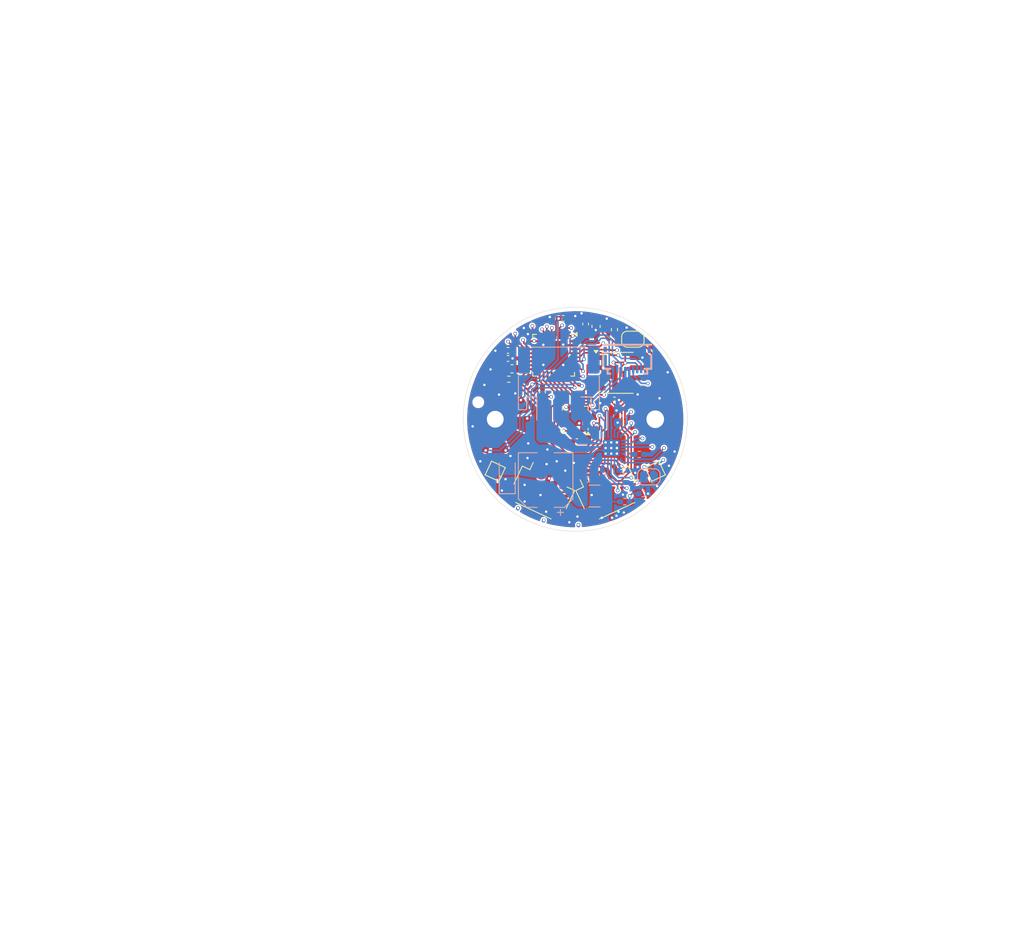
<source format=kicad_pcb>
(kicad_pcb (version 20240108) (generator "pcbnew") (generator_version "8.0")
  (layers (0 "F.Cu" signal) (1 "In1.Cu" signal) (2 "In2.Cu" signal) (3 "In3.Cu" signal) (4 "In4.Cu" signal) (31 "B.Cu" signal) (34 "B.Paste" user) (35 "F.Paste" user) (36 "B.SilkS" user "B.Silkscreen") (37 "F.SilkS" user "F.Silkscreen") (38 "B.Mask" user) (39 "F.Mask" user) (44 "Edge.Cuts" user))
  (net 0 "")
  (net 1 "/OUT1")
  (net 2 "VCC")
  (net 4 "+3.3V")
  (net 5 "/SCK")
  (net 6 "/MOSI")
  (net 7 "/CS")
  (net 9 "/MISO")
  (net 10 "/DRIVER_CP")
  (net 11 "/DRIVER_AVDD")
  (net 12 "/CURRENT1")
  (net 13 "/PWM_H2")
  (net 14 "/PWM_L1")
  (net 15 "/DRIVER_GAIN")
  (net 16 "/PWM_L3")
  (net 17 "/DRIVER_SLEW")
  (net 18 "/DRIVER_NFAULT")
  (net 19 "/PWM_L2")
  (net 20 "/CURRENT3")
  (net 21 "/SWCLK")
  (net 22 "/PWM_H1")
  (net 23 "/OUT2")
  (net 24 "/CURRENT2")
  (net 25 "/PWM_H3")
  (net 26 "/CAN_TX")
  (net 27 "/DRIVER_MODE")
  (net 28 "/SWDIO")
  (net 29 "/CAN_RX")
  (net 31 "VDDA")
  (net 34 "GND")
  (net 35 "/DRIVER_NSLEEP")
  (net 37 "/NRST")
  (net 41 "/CAN_L")
  (net 43 "/CAN_H")
  (net 44 "Net-(JP1-B)")
  (net 45 "/VOLTAGE_SENCE")
  (net 46 "/OUT3")
  (net 57 "/CS_EXTERNAL")
  (footprint "Capacitor_SMD:C_0402_1005Metric_Pad0.74x0.62mm_HandSolder" (layer "F.Cu") (at 91.6 91.4)
    (property "Reference" "C33")
    (property "Value" "100n")
  )
  (footprint "Package_DFN_QFN:QFN-32-1EP_5x5mm_P0.5mm_EP3.45x3.45mm" (layer "F.Cu") (at 97.3 92 -90)
    (property "Reference" "U4")
    (property "Value" "STM32G431KBUx")
  )
  (footprint "Capacitor_SMD:C_0402_1005Metric_Pad0.74x0.62mm_HandSolder" (layer "F.Cu") (at 100.2 102.8)
    (property "Reference" "C7")
    (property "Value" "100n")
  )
  (footprint "Package_SO:SOIC-8_3.9x4.9mm_P1.27mm" (layer "F.Cu") (at 105.3 94.2)
    (property "Reference" "U3")
    (property "Value" "SN65HVD230")
  )
  (footprint "Capacitor_SMD:C_0603_1608Metric_Pad1.08x0.95mm_HandSolder" (layer "F.Cu") (at 102.6 88.4 -90)
    (property "Reference" "C1")
    (property "Value" "4.7u")
  )
  (footprint "Capacitor_SMD:C_0402_1005Metric_Pad0.74x0.62mm_HandSolder" (layer "F.Cu") (at 104.9 97.6)
    (property "Reference" "C10")
    (property "Value" "100n")
  )
  (footprint "Capacitor_SMD:C_0402_1005Metric_Pad0.74x0.62mm_HandSolder" (layer "F.Cu") (at 95.9 96.6 -90)
    (property "Reference" "C13")
    (property "Value" "100n")
  )
  (footprint "Capacitor_SMD:C_0402_1005Metric_Pad0.74x0.62mm_HandSolder" (layer "F.Cu") (at 101.3 88.1 -90)
    (property "Reference" "C3")
    (property "Value" "100n")
  )
  (footprint "Capacitor_SMD:C_0603_1608Metric_Pad1.08x0.95mm_HandSolder" (layer "F.Cu") (at 92.1 93.7)
    (property "Reference" "C4")
    (property "Value" "1u")
  )
  (footprint "Capacitor_SMD:C_0402_1005Metric_Pad0.74x0.62mm_HandSolder" (layer "F.Cu") (at 98.5 87.4)
    (property "Reference" "C2")
    (property "Value" "100n")
  )
  (footprint "TestPoint:TestPoint_Pad_1.5x1.5mm" (layer "F.Cu") (at 110 106.5 25)
    (property "Reference" "PAD4")
    (property "Value" "GND")
  )
  (footprint "TestPoint:TestPoint_Pad_1.5x1.5mm" (layer "F.Cu") (at 90 106.5 -25)
    (property "Reference" "PAD5")
    (property "Value" "VCC")
  )
  (footprint "Connector_JST:JST_SH_SM05B-SRSS-TB_1x05-1MP_P1.00mm_Horizontal" (layer "F.Cu") (at 104.1 109 25)
    (property "Reference" "J1")
    (property "Value" "Conn_01x05_MountingPin")
  )
  (footprint "positive_altitude:Positive_Altitude_SWD_Connector" (layer "F.Cu") (at 90 100 -135)
    (property "Reference" "J2")
    (property "Value" "Positive_Altitude_SWD_Connector")
  )
  (footprint "Jumper:SolderJumper-2_P1.3mm_Open_RoundedPad1.0x1.5mm" (layer "F.Cu") (at 107.2 90 180)
    (property "Reference" "JP1")
    (property "Value" "SolderJumper_2_Open")
  )
  (footprint "Resistor_SMD:R_0402_1005Metric_Pad0.72x0.64mm_HandSolder" (layer "F.Cu") (at 91.7 95)
    (property "Reference" "FB1")
    (property "Value" "600@100MHz BLM15BX601SN1D")
  )
  (footprint "Package_DFN_QFN:QFN-16-1EP_3x3mm_P0.5mm_EP1.7x1.7mm" (layer "F.Cu") (at 100 100 180)
    (property "Reference" "U2")
    (property "Value" "MT6701QT")
  )
  (footprint "Capacitor_SMD:C_0402_1005Metric_Pad0.74x0.62mm_HandSolder" (layer "F.Cu") (at 91.6 92.4)
    (property "Reference" "C5")
    (property "Value" "10n")
  )
  (footprint "MountingHole:MountingHole_2.2mm_M2_Pad_TopBottom" (layer "F.Cu") (at 110 100)
    (property "Reference" "H1")
    (property "Value" "MountingHole_Pad")
  )
  (footprint "Resistor_SMD:R_0402_1005Metric_Pad0.72x0.64mm_HandSolder" (layer "F.Cu") (at 104.9 88.8 -90)
    (property "Reference" "R3")
    (property "Value" "120")
  )
  (footprint "Connector_JST:JST_SH_SM05B-SRSS-TB_1x05-1MP_P1.00mm_Horizontal" (layer "F.Cu") (at 95.9 109 -25)
    (property "Reference" "J6")
    (property "Value" "Conn_01x05_MountingPin")
  )
  (footprint "Diode_SMD:D_SOD-123F" (layer "B.Cu") (at 91.5 107.1 90)
    (property "Reference" "D2")
    (property "Value" "TVS 17V")
  )
  (footprint "Jumper:SolderJumper-2_P1.3mm_Open_RoundedPad1.0x1.5mm" (layer "B.Cu") (at 109.2 107.2 180)
    (property "Reference" "JP2")
    (property "Value" "SolderJumper_2_Open")
  )
  (footprint "HCTL HC-FPC-05-09-8RLTAG:FPC-SMD_8P-P0.50_HC-FPC-05-09-8RLTAG" (layer "B.Cu") (at 106.5 92.6 180)
    (property "Reference" "FPC_BOARD1")
    (property "Value" "FPC-8PIN")
  )
  (footprint "Capacitor_SMD:C_1210_3225Metric_Pad1.33x2.70mm_HandSolder" (layer "B.Cu") (at 102.4 109.6 180)
    (property "Reference" "C18")
    (property "Value" "22u")
  )
  (footprint "Resistor_SMD:R_0402_1005Metric_Pad0.72x0.64mm_HandSolder" (layer "B.Cu") (at 108.5 109.3 180)
    (property "Reference" "R5")
    (property "Value" "4.7k")
  )
  (footprint "Resistor_SMD:R_0402_1005Metric_Pad0.72x0.64mm_HandSolder" (layer "B.Cu") (at 106.2 110.3 180)
    (property "Reference" "R4")
    (property "Value" "22k")
  )
  (footprint "Capacitor_SMD:C_0603_1608Metric_Pad1.08x0.95mm_HandSolder" (layer "B.Cu") (at 105.3 99.5625 90)
    (property "Reference" "C16")
    (property "Value" "4.7u")
  )
  (footprint "Resistor_SMD:R_0402_1005Metric_Pad0.72x0.64mm_HandSolder" (layer "B.Cu") (at 107.9975 104.4)
    (property "Reference" "R1")
    (property "Value" "47k")
  )
  (footprint "Capacitor_SMD:C_0402_1005Metric_Pad0.74x0.62mm_HandSolder" (layer "B.Cu") (at 101.6 107.5 180)
    (property "Reference" "C17")
    (property "Value" "100n")
  )
  (footprint "Capacitor_SMD:C_0402_1005Metric_Pad0.74x0.62mm_HandSolder" (layer "B.Cu") (at 106.1 106.4)
    (property "Reference" "C20")
    (property "Value" "100n")
  )
  (footprint "Capacitor_SMD:CP_Elec_6.3x5.8" (layer "B.Cu") (at 96.3 107.6 90)
    (property "Reference" "C19")
    (property "Value" "100u")
  )
  (footprint "Connector_JST:JST_PH_S3B-PH-SM4-TB_1x03-1MP_P2.00mm_Horizontal" (layer "B.Cu") (at 97.95 95.5)
    (property "Reference" "J4")
    (property "Value" "Conn_01x03_MountingPin")
  )
  (footprint "Capacitor_SMD:C_0402_1005Metric_Pad0.74x0.62mm_HandSolder" (layer "B.Cu") (at 103.4 106.9 90)
    (property "Reference" "C6")
    (property "Value" "100n")
  )
  (footprint "Capacitor_SMD:C_0402_1005Metric_Pad0.74x0.62mm_HandSolder" (layer "B.Cu") (at 101.6 106.4 180)
    (property "Reference" "C9")
    (property "Value" "100n")
  )
  (footprint "DRV8311HRRWR:DRV8311PRRWR" (layer "B.Cu") (at 104.5 103.6 90)
    (property "Reference" "IC2")
    (property "Value" "DRV8311HRRWR" (hide yes))
  )
  (gr_circle (center 100 100) (end 114 100) (stroke (width 0.05)) (fill none) (layer "Edge.Cuts"))
  (segment (start 103.035 103.470001) (end 100.136399 103.470001) (width 0.2) (layer "B.Cu") (net 1))
  (segment (start 101.442148 108.032621) (end 101.442148 108.242148) (width 0.2) (layer "F.Cu") (net 2))
  (segment (start 90 106.5) (end 90.7 106.5) (width 0.2) (layer "F.Cu") (net 2))
  (via (at 90.8304 108.9152) (size 0.45) (drill 0.3) (layers "F.Cu" "B.Cu") (net 2))
  (via (at 93.6752 108.204) (size 0.45) (drill 0.3) (layers "F.Cu" "B.Cu") (net 2))
  (via (at 99.2632 112.8776) (size 0.45) (drill 0.3) (layers "F.Cu" "B.Cu") (net 2))
  (via (at 93.6752 110.2868) (size 0.45) (drill 0.3) (layers "F.Cu" "B.Cu") (net 2))
  (via (at 100.2792 112.1664) (size 0.45) (drill 0.3) (layers "F.Cu" "B.Cu") (net 2))
  (via (at 102.0572 109.474) (size 0.45) (drill 0.3) (layers "F.Cu" "B.Cu") (net 2))
  (via (at 96.3676 111.5568) (size 0.45) (drill 0.3) (layers "F.Cu" "B.Cu") (net 2))
  (via (at 95.6564 109.474) (size 0.45) (drill 0.3) (layers "F.Cu" "B.Cu") (net 2))
  (via (at 91.2876 107.4928) (size 0.45) (drill 0.3) (layers "F.Cu" "B.Cu") (net 2))
  (via (at 103.3272 112.3188) (size 0.45) (drill 0.3) (layers "F.Cu" "B.Cu") (net 2))
  (segment (start 103.299999 105.065) (end 103.299999 105.267501) (width 0.2) (layer "B.Cu") (net 2))
  (segment (start 102.1675 107.5) (end 102.1675 106.4) (width 0.2) (layer "B.Cu") (net 2))
  (segment (start 103.4 107.4675) (end 102.2 107.4675) (width 0.2) (layer "B.Cu") (net 2))
  (segment (start 104.6625 110.3) (end 103.9625 109.6) (width 0.2) (layer "B.Cu") (net 2))
  (segment (start 103.035 104.27) (end 103.035 104.800001) (width 0.2) (layer "B.Cu") (net 2))
  (segment (start 105.6025 110.3) (end 104.6625 110.3) (width 0.2) (layer "B.Cu") (net 2))
  (segment (start 91.4 108.4) (end 91.5 108.5) (width 0.2) (layer "B.Cu") (net 2))
  (segment (start 103.9625 108.03) (end 103.4 107.4675) (width 0.2) (layer "B.Cu") (net 2))
  (segment (start 102.2 107.4675) (end 102.1675 107.5) (width 0.2) (layer "B.Cu") (net 2))
  (segment (start 103.299999 105.267501) (end 102.1675 106.4) (width 0.2) (layer "B.Cu") (net 2))
  (segment (start 103.035 104.800001) (end 103.299999 105.065) (width 0.2) (layer "B.Cu") (net 2))
  (segment (start 103.9625 109.6) (end 103.9625 108.03) (width 0.2) (layer "B.Cu") (net 2))
  (segment (start 103.5625 109.2) (end 103.9625 109.6) (width 0.2) (layer "B.Cu") (net 2))
  (segment (start 106.249355 92.955381) (end 106.249355 91.67004) (width 0.2) (layer "F.Cu") (net 4))
  (segment (start 106.135 97.947762) (end 105.782762 98.3) (width 0.2) (layer "F.Cu") (net 4))
  (segment (start 95.55 94.4375) (end 95.55 95.232923) (width 0.2) (layer "F.Cu") (net 4))
  (segment (start 103.4288 89.2556) (end 103.4288 87.8332) (width 0.2) (layer "F.Cu") (net 4))
  (segment (start 100.5 87.8) (end 100.7675 87.5325) (width 0.2) (layer "F.Cu") (net 4))
  (segment (start 100.0252 108.5596) (end 100.0252 107.764667) (width 0.4) (layer "F.Cu") (net 4))
  (segment (start 104.634315 90.055) (end 104.2282 90.055) (width 0.2) (layer "F.Cu") (net 4))
  (segment (start 104.167378 108.1) (end 103.254761 107.187383) (width 0.2) (layer "F.Cu") (net 4))
  (segment (start 102.595 87.5325) (end 102.6 87.5375) (width 0.2) (layer "F.Cu") (net 4))
  (segment (start 101.362492 106.427375) (end 102.494753 106.427375) (width 0.4) (layer "F.Cu") (net 4))
  (segment (start 101.3 87.5325) (end 102.595 87.5325) (width 0.2) (layer "F.Cu") (net 4))
  (segment (start 93.808619 96.091381) (end 95.552238 97.835) (width 0.2) (layer "F.Cu") (net 4))
  (segment (start 98.969551 109.615249) (end 100.0252 108.5596) (width 0.4) (layer "F.Cu") (net 4))
  (segment (start 95.9 96.326119) (end 95.9 96.0325) (width 0.2) (layer "F.Cu") (net 4))
  (segment (start 96.247762 96.5) (end 96.073881 96.5) (width 0.2) (layer "F.Cu") (net 4))
  (segment (start 105.0325 98.3) (end 104.3325 97.6) (width 0.2) (layer "F.Cu") (net 4))
  (segment (start 96.6724 108.458) (end 97.829649 109.615249) (width 0.4) (layer "F.Cu") (net 4))
  (segment (start 94.625 95.651167) (end 94.625 95.6718) (width 0.2) (layer "F.Cu") (net 4))
  (segment (start 93.956219 96.238981) (end 93.808619 96.091381) (width 0.2) (layer "F.Cu") (net 4))
  (segment (start 98.604964 101.4625) (end 99.75 101.4625) (width 0.2) (layer "F.Cu") (net 4))
  (segment (start 91.7225 95.62) (end 91.1025 95) (width 0.2) (layer "F.Cu") (net 4))
  (segment (start 106.135 97.252238) (end 106.135 97.947762) (width 0.2) (layer "F.Cu") (net 4))
  (segment (start 107.728029 107.921363) (end 107.549392 108.1) (width 0.2) (layer "F.Cu") (net 4))
  (segment (start 95.55 95.232923) (end 95.9 95.582923) (width 0.2) (layer "F.Cu") (net 4))
  (segment (start 105.782762 98.3) (end 105.0325 98.3) (width 0.2) (layer "F.Cu") (net 4))
  (segment (start 106.249355 92.955381) (end 106.193974 92.9) (width 0.2) (layer "F.Cu") (net 4))
  (segment (start 96.073881 96.5) (end 95.9 96.326119) (width 0.2) (layer "F.Cu") (net 4))
  (segment (start 96.745236 107.187384) (end 96.745236 107.4) (width 0.2) (layer "F.Cu") (net 4))
  (segment (start 95.552238 97.835) (end 96.247762 97.835) (width 0.2) (layer "F.Cu") (net 4))
  (segment (start 95.9 95.582923) (end 95.9 96.0325) (width 0.2) (layer "F.Cu") (net 4))
  (segment (start 96.51 96.762238) (end 96.247762 96.5) (width 0.2) (layer "F.Cu") (net 4))
  (segment (start 106.249355 92.955381) (end 105.6 93.604736) (width 0.2) (layer "F.Cu") (net 4))
  (segment (start 99.7 89.5625) (end 100.1375 89.5625) (width 0.2) (layer "F.Cu") (net 4))
  (segment (start 104.2282 90.055) (end 103.4288 89.2556) (width 0.2) (layer "F.Cu") (net 4))
  (segment (start 102.494753 106.427375) (end 103.254761 107.187383) (width 0.4) (layer "F.Cu") (net 4))
  (segment (start 100.5 89.2) (end 100.5 87.8) (width 0.2) (layer "F.Cu") (net 4))
  (segment (start 99.75 101.4625) (end 99.75 102.6825) (width 0.2) (layer "F.Cu") (net 4))
  (segment (start 99.05 89.5625) (end 99.7 89.5625) (width 0.2) (layer "F.Cu") (net 4))
  (segment (start 97.829649 109.615249) (end 98.969551 109.615249) (width 0.4) (layer "F.Cu") (net 4))
  (segment (start 106.249355 91.67004) (end 104.634315 90.055) (width 0.2) (layer "F.Cu") (net 4))
  (segment (start 106.193974 92.9) (end 104.775 92.9) (width 0.2) (layer "F.Cu") (net 4))
  (segment (start 94.057819 96.238981) (end 93.956219 96.238981) (width 0.2) (layer "F.Cu") (net 4))
  (segment (start 100.1375 89.5625) (end 100.5 89.2) (width 0.2) (layer "F.Cu") (net 4))
  (segment (start 103.1331 87.5375) (end 102.6 87.5375) (width 0.2) (layer "F.Cu") (net 4))
  (segment (start 103.4288 87.8332) (end 103.1331 87.5375) (width 0.2) (layer "F.Cu") (net 4))
  (segment (start 104.3325 97.6) (end 104.3325 95.2325) (width 0.2) (layer "F.Cu") (net 4))
  (segment (start 91.7225 95.62) (end 93.337238 95.62) (width 0.2) (layer "F.Cu") (net 4))
  (segment (start 96.247762 97.835) (end 96.51 97.572762) (width 0.2) (layer "F.Cu") (net 4))
  (segment (start 96.6724 107.26022) (end 96.6724 108.458) (width 0.4) (layer "F.Cu") (net 4))
  (segment (start 99.75 102.6825) (end 99.6325 102.8) (width 0.2) (layer "F.Cu") (net 4))
  (segment (start 96.51 97.2) (end 97 97.2) (width 0.2) (layer "F.Cu") (net 4))
  (segment (start 107.549392 108.1) (end 104.167378 108.1) (width 0.2) (layer "F.Cu") (net 4))
  (segment (start 93.337238 95.62) (end 93.808619 96.091381) (width 0.2) (layer "F.Cu") (net 4))
  (segment (start 104.3325 95.2325) (end 103.935 94.835) (width 0.2) (layer "F.Cu") (net 4))
  (segment (start 100.0252 107.764667) (end 101.362492 106.427375) (width 0.4) (layer "F.Cu") (net 4))
  (segment (start 103.935 94.835) (end 102.825 94.835) (width 0.2) (layer "F.Cu") (net 4))
  (segment (start 96.51 97.2) (end 96.51 96.762238) (width 0.2) (layer "F.Cu") (net 4))
  (segment (start 96.745236 107.187384) (end 96.6724 107.26022) (width 0.4) (layer "F.Cu") (net 4))
  (segment (start 94.625 95.6718) (end 94.057819 96.238981) (width 0.2) (layer "F.Cu") (net 4))
  (segment (start 96.51 97.572762) (end 96.51 97.2) (width 0.2) (layer "F.Cu") (net 4))
  (segment (start 105.6 93.604736) (end 105.6 96.717238) (width 0.2) (layer "F.Cu") (net 4))
  (segment (start 98.558732 101.416268) (end 98.604964 101.4625) (width 0.2) (layer "F.Cu") (net 4))
  (segment (start 105.6 96.717238) (end 106.135 97.252238) (width 0.2) (layer "F.Cu") (net 4))
  (segment (start 100.7675 87.5325) (end 101.3 87.5325) (width 0.2) (layer "F.Cu") (net 4))
  (via (at 106.249355 92.955381) (size 0.45) (drill 0.3) (layers "F.Cu" "B.Cu") (net 4))
  (via (at 88.8 103.9) (size 0.45) (drill 0.3) (layers "F.Cu" "B.Cu") (net 4))
  (via (at 97 97.2) (size 0.45) (drill 0.3) (layers "F.Cu" "B.Cu") (net 4))
  (via (at 98.558732 101.416268) (size 0.45) (drill 0.3) (layers "F.Cu" "B.Cu") (net 4))
  (via (at 104.775 92.9) (size 0.45) (drill 0.3) (layers "F.Cu" "B.Cu") (net 4))
  (via (at 99.7 89.5625) (size 0.45) (drill 0.3) (layers "F.Cu" "B.Cu") (net 4))
  (via (at 96.745236 107.4) (size 0.45) (drill 0.3) (layers "F.Cu" "B.Cu") (net 4))
  (via (at 94.625 95.651167) (size 0.45) (drill 0.3) (layers "F.Cu" "B.Cu") (net 4))
  (via (at 107.728029 107.921363) (size 0.45) (drill 0.3) (layers "F.Cu" "B.Cu") (net 4))
  (segment (start 99.3584 91.605686) (end 99.3584 89.9041) (width 0.2) (layer "B.Cu") (net 4))
  (segment (start 93.075 101.382537) (end 90.557537 103.9) (width 0.2) (layer "B.Cu") (net 4))
  (segment (start 105.25 93.375) (end 105.25 93.85) (width 0.2) (layer "B.Cu") (net 4))
  (segment (start 95.701286 95.2628) (end 99.3584 91.605686) (width 0.2) (layer "B.Cu") (net 4))
  (segment (start 94.1 98.475914) (end 93.075 99.500914) (width 0.2) (layer "B.Cu") (net 4))
  (segment (start 107.505381 92.955381) (end 107.75 93.2) (width 0.2) (layer "B.Cu") (net 4))
  (segment (start 94.625 95.651167) (end 94.625 95.817314) (width 0.2) (layer "B.Cu") (net 4))
  (segment (start 93.075 99.500914) (end 93.075 101.382537) (width 0.2) (layer "B.Cu") (net 4))
  (segment (start 107.75 93.2) (end 107.75 93.85) (width 0.2) (layer "B.Cu") (net 4))
  (segment (start 94.801777 95.651167) (end 95.190144 95.2628) (width 0.2) (layer "B.Cu") (net 4))
  (segment (start 94.625 95.817314) (end 94.1 96.342314) (width 0.2) (layer "B.Cu") (net 4))
  (segment (start 90.557537 103.9) (end 88.8 103.9) (width 0.2) (layer "B.Cu") (net 4))
  (segment (start 107.728029 107.921363) (end 107.828637 107.921363) (width 0.2) (layer "B.Cu") (net 4))
  (segment (start 94.625 95.651167) (end 94.801777 95.651167) (width 0.2) (layer "B.Cu") (net 4))
  (segment (start 99.3584 89.9041) (end 99.7 89.5625) (width 0.2) (layer "B.Cu") (net 4))
  (segment (start 107.828637 107.921363) (end 108.55 107.2) (width 0.2) (layer "B.Cu") (net 4))
  (segment (start 95.190144 95.2628) (end 95.701286 95.2628) (width 0.2) (layer "B.Cu") (net 4))
  (segment (start 94.1 96.342314) (end 94.1 98.475914) (width 0.2) (layer "B.Cu") (net 4))
  (segment (start 106.249355 92.955381) (end 107.505381 92.955381) (width 0.2) (layer "B.Cu") (net 4))
  (segment (start 104.775 92.9) (end 105.25 93.375) (width 0.2) (layer "B.Cu") (net 4))
  (segment (start 100.975 94) (end 100.225 93.25) (width 0.2) (layer "F.Cu") (net 5))
  (segment (start 100.369928 97.425) (end 99.75 98.044928) (width 0.2) (layer "F.Cu") (net 5))
  (segment (start 99.75 98.044928) (end 99.75 98.5375) (width 0.2) (layer "F.Cu") (net 5))
  (segment (start 102.847245 96.949155) (end 102.3714 97.425) (width 0.2) (layer "F.Cu") (net 5))
  (segment (start 102.3714 97.425) (end 100.369928 97.425) (width 0.2) (layer "F.Cu") (net 5))
  (segment (start 100.225 93.25) (end 99.7375 93.25) (width 0.2) (layer "F.Cu") (net 5))
  (segment (start 103.593309 96.949155) (end 102.847245 96.949155) (width 0.2) (layer "F.Cu") (net 5))
  (via (at 103.593309 96.949155) (size 0.45) (drill 0.3) (layers "F.Cu" "B.Cu") (net 5))
  (via (at 100.975 94) (size 0.45) (drill 0.3) (layers "F.Cu" "B.Cu") (net 5))
  (segment (start 103.593309 96.949155) (end 103.593309 96.772377) (width 0.2) (layer "B.Cu") (net 5))
  (segment (start 101.39957 90.2) (end 102.375914 90.2) (width 0.2) (layer "B.Cu") (net 5))
  (segment (start 104.65 92.017463) (end 105.75 93.117463) (width 0.2) (layer "B.Cu") (net 5))
  (segment (start 104.65 90.141851) (end 104.65 92.017463) (width 0.2) (layer "B.Cu") (net 5))
  (segment (start 100.975 93.1518) (end 100.575 92.7518) (width 0.2) (layer "B.Cu") (net 5))
  (segment (start 103.100914 89.475) (end 103.983149 89.475) (width 0.2) (layer "B.Cu") (net 5))
  (segment (start 102.375914 90.2) (end 103.100914 89.475) (width 0.2) (layer "B.Cu") (net 5))
  (segment (start 103.593309 96.772377) (end 105.75 94.615686) (width 0.2) (layer "B.Cu") (net 5))
  (segment (start 100.575 91.02457) (end 101.39957 90.2) (width 0.2) (layer "B.Cu") (net 5))
  (segment (start 100.575 92.7518) (end 100.575 91.02457) (width 0.2) (layer "B.Cu") (net 5))
  (segment (start 105.75 94.615686) (end 105.75 93.85) (width 0.2) (layer "B.Cu") (net 5))
  (segment (start 105.75 93.117463) (end 105.75 93.85) (width 0.2) (layer "B.Cu") (net 5))
  (segment (start 103.983149 89.475) (end 104.65 90.141851) (width 0.2) (layer "B.Cu") (net 5))
  (segment (start 100.975 94) (end 100.975 93.1518) (width 0.2) (layer "B.Cu") (net 5))
  (segment (start 104.500001 92) (end 104.195001 91.695) (width 0.2) (layer "F.Cu") (net 6))
  (segment (start 104.195001 91.695) (end 101.105 91.695) (width 0.2) (layer "F.Cu") (net 6))
  (segment (start 101.105 91.695) (end 100.55 92.25) (width 0.2) (layer "F.Cu") (net 6))
  (segment (start 105.375 92) (end 104.500001 92) (width 0.2) (layer "F.Cu") (net 6))
  (segment (start 100.55 92.25) (end 99.7375 92.25) (width 0.2) (layer "F.Cu") (net 6))
  (via (at 105.375 92) (size 0.45) (drill 0.3) (layers "F.Cu" "B.Cu") (net 6))
  (segment (start 107.520886 92.4052) (end 105.7802 92.4052) (width 0.2) (layer "B.Cu") (net 6))
  (segment (start 105.7802 92.4052) (end 105.375 92) (width 0.2) (layer "B.Cu") (net 6))
  (segment (start 108.25 93.85) (end 108.25 93.134314) (width 0.2) (layer "B.Cu") (net 6))
  (segment (start 108.25 93.134314) (end 107.520886 92.4052) (width 0.2) (layer "B.Cu") (net 6))
  (segment (start 99.25 98.5375) (end 98.9125 98.5375) (width 0.2) (layer "F.Cu") (net 7))
  (segment (start 98.9125 98.5375) (end 98.875 98.5) (width 0.2) (layer "F.Cu") (net 7))
  (segment (start 94.8625 90.2) (end 94.8625 90.25) (width 0.2) (layer "F.Cu") (net 7))
  (via (at 94.8625 90.2) (size 0.45) (drill 0.3) (layers "F.Cu" "B.Cu") (net 7))
  (via (at 98.875 98.5) (size 0.45) (drill 0.3) (layers "F.Cu" "B.Cu") (net 7))
  (segment (start 102.1588 98.2472) (end 101.7366 97.825) (width 0.2) (layer "F.Cu") (net 9))
  (segment (start 100.25 98.110614) (end 100.25 98.5375) (width 0.2) (layer "F.Cu") (net 9))
  (segment (start 101.1 92.5) (end 100.85 92.75) (width 0.2) (layer "F.Cu") (net 9))
  (segment (start 100.85 92.75) (end 99.7375 92.75) (width 0.2) (layer "F.Cu") (net 9))
  (segment (start 100.535614 97.825) (end 100.25 98.110614) (width 0.2) (layer "F.Cu") (net 9))
  (segment (start 101.7366 97.825) (end 100.535614 97.825) (width 0.2) (layer "F.Cu") (net 9))
  (via (at 101.1 92.5) (size 0.45) (drill 0.3) (layers "F.Cu" "B.Cu") (net 9))
  (via (at 102.1588 98.2472) (size 0.45) (drill 0.3) (layers "F.Cu" "B.Cu") (net 9))
  (segment (start 104.75 95.05) (end 104.75 93.85) (width 0.2) (layer "B.Cu") (net 9))
  (segment (start 101.1 91.065256) (end 101.565256 90.6) (width 0.2) (layer "B.Cu") (net 9))
  (segment (start 102.5416 90.6) (end 103.2666 89.875) (width 0.2) (layer "B.Cu") (net 9))
  (segment (start 101.1 92.5) (end 101.1 91.065256) (width 0.2) (layer "B.Cu") (net 9))
  (segment (start 102.1588 98.2472) (end 102.1588 97.6412) (width 0.2) (layer "B.Cu") (net 9))
  (segment (start 101.565256 90.6) (end 102.5416 90.6) (width 0.2) (layer "B.Cu") (net 9))
  (segment (start 104.25 90.307537) (end 104.25 93.35) (width 0.2) (layer "B.Cu") (net 9))
  (segment (start 102.1588 97.6412) (end 104.75 95.05) (width 0.2) (layer "B.Cu") (net 9))
  (segment (start 103.817463 89.875) (end 104.25 90.307537) (width 0.2) (layer "B.Cu") (net 9))
  (segment (start 103.2666 89.875) (end 103.817463 89.875) (width 0.2) (layer "B.Cu") (net 9))
  (segment (start 104.25 93.35) (end 104.75 93.85) (width 0.2) (layer "B.Cu") (net 9))
  (segment (start 103.7 105.52018) (end 103.4 105.82018) (width 0.2) (layer "B.Cu") (net 10))
  (segment (start 103.7 105.065) (end 103.7 105.52018) (width 0.2) (layer "B.Cu") (net 10))
  (segment (start 103.4 105.82018) (end 103.4 106.3325) (width 0.2) (layer "B.Cu") (net 10))
  (via (at 105.3 100.425) (size 0.45) (drill 0.3) (layers "F.Cu" "B.Cu") (net 11))
  (via (at 108.624264 105.944999) (size 0.45) (drill 0.3) (layers "F.Cu" "B.Cu") (net 11))
  (segment (start 109.85 106.445) (end 109.85 107.2) (width 0.2) (layer "B.Cu") (net 11))
  (segment (start 109.349999 105.944999) (end 109.85 106.445) (width 0.2) (layer "B.Cu") (net 11))
  (segment (start 104.900001 101.600001) (end 104.9 101.6) (width 0.2) (layer "B.Cu") (net 11))
  (segment (start 104.9 101.6) (end 104.9 101.4) (width 0.2) (layer "B.Cu") (net 11))
  (segment (start 108.624264 105.944999) (end 109.349999 105.944999) (width 0.2) (layer "B.Cu") (net 11))
  (segment (start 104.900001 102.17) (end 104.900001 101.600001) (width 0.2) (layer "B.Cu") (net 11))
  (segment (start 104.9 101.4) (end 105.3 101) (width 0.2) (layer "B.Cu") (net 11))
  (segment (start 105.3 101) (end 105.3 100.425) (width 0.2) (layer "B.Cu") (net 11))
  (segment (start 96.05 89.043761) (end 96.05 89.5625) (width 0.2) (layer "F.Cu") (net 12))
  (segment (start 95.859589 88.766648) (end 95.859589 88.85335) (width 0.2) (layer "F.Cu") (net 12))
  (segment (start 95.859589 88.85335) (end 96.05 89.043761) (width 0.2) (layer "F.Cu") (net 12))
  (via (at 95.859589 88.766648) (size 0.45) (drill 0.3) (layers "F.Cu" "B.Cu") (net 12))
  (via (at 105.3 108.9) (size 0.45) (drill 0.3) (layers "F.Cu" "B.Cu") (net 12))
  (segment (start 104.065 105.720866) (end 104.100001 105.685865) (width 0.2) (layer "B.Cu") (net 12))
  (segment (start 105.3 108.9) (end 105.3 108.314134) (width 0.2) (layer "B.Cu") (net 12))
  (segment (start 104.065 107.079134) (end 104.065 105.720866) (width 0.2) (layer "B.Cu") (net 12))
  (segment (start 104.100001 105.685865) (end 104.100001 105.1) (width 0.2) (layer "B.Cu") (net 12))
  (segment (start 105.3 108.314134) (end 104.065 107.079134) (width 0.2) (layer "B.Cu") (net 12))
  (segment (start 97.39 98.676851) (end 98.1 97.966851) (width 0.2) (layer "F.Cu") (net 13))
  (segment (start 96.55 95.101552) (end 96.55 94.4375) (width 0.2) (layer "F.Cu") (net 13))
  (segment (start 97.39 102.138447) (end 97.39 98.676851) (width 0.2) (layer "F.Cu") (net 13))
  (segment (start 102.875 101.435714) (end 102.875 102.625) (width 0.2) (layer "F.Cu") (net 13))
  (segment (start 98.1 96.70213) (end 96.95 95.55213) (width 0.2) (layer "F.Cu") (net 13))
  (segment (start 96.95 95.55213) (end 96.95 95.501552) (width 0.2) (layer "F.Cu") (net 13))
  (segment (start 98.1 97.966851) (end 98.1 96.70213) (width 0.2) (layer "F.Cu") (net 13))
  (segment (start 99.061553 103.81) (end 97.39 102.138447) (width 0.2) (layer "F.Cu") (net 13))
  (segment (start 96.95 95.501552) (end 96.55 95.101552) (width 0.2) (layer "F.Cu") (net 13))
  (segment (start 102.875 102.625) (end 101.69 103.81) (width 0.2) (layer "F.Cu") (net 13))
  (segment (start 103.0224 99.568) (end 103.0224 101.288314) (width 0.2) (layer "F.Cu") (net 13))
  (segment (start 101.69 103.81) (end 99.061553 103.81) (width 0.2) (layer "F.Cu") (net 13))
  (segment (start 103.0224 101.288314) (end 102.875 101.435714) (width 0.2) (layer "F.Cu") (net 13))
  (via (at 103.0224 99.568) (size 0.45) (drill 0.3) (layers "F.Cu" "B.Cu") (net 13))
  (segment (start 103.700001 100.245601) (end 103.700001 102.17) (width 0.2) (layer "B.Cu") (net 13))
  (segment (start 103.0224 99.568) (end 103.700001 100.245601) (width 0.2) (layer "B.Cu") (net 13))
  (segment (start 92.5 89.3) (end 92.5 89.970758) (width 0.2) (layer "F.Cu") (net 14))
  (segment (start 92.5 89.970758) (end 94.279242 91.75) (width 0.2) (layer "F.Cu") (net 14))
  (segment (start 94.279242 91.75) (end 94.8625 91.75) (width 0.2) (layer "F.Cu") (net 14))
  (via (at 106.993732 99.068932) (size 0.45) (drill 0.3) (layers "F.Cu" "B.Cu") (net 14))
  (via (at 92.5 89.3) (size 0.45) (drill 0.3) (layers "F.Cu" "B.Cu") (net 14))
  (segment (start 106.885 98.9602) (end 106.993732 99.068932) (width 0.2) (layer "B.Cu") (net 14))
  (segment (start 105.300001 101.729221) (end 105.300001 102.17) (width 0.2) (layer "B.Cu") (net 14))
  (segment (start 106.993732 99.068932) (end 106.974068 99.068932) (width 0.2) (layer "B.Cu") (net 14))
  (segment (start 106.475 100.554222) (end 105.300001 101.729221) (width 0.2) (layer "B.Cu") (net 14))
  (segment (start 106.974068 99.068932) (end 106.475 99.568) (width 0.2) (layer "B.Cu") (net 14))
  (segment (start 106.475 99.568) (end 106.475 100.554222) (width 0.2) (layer "B.Cu") (net 14))
  (segment (start 100.473222 91.75) (end 99.7375 91.75) (width 0.2) (layer "F.Cu") (net 15))
  (segment (start 104.437365 91.371679) (end 104.360686 91.295) (width 0.2) (layer "F.Cu") (net 15))
  (segment (start 100.928222 91.295) (end 100.473222 91.75) (width 0.2) (layer "F.Cu") (net 15))
  (segment (start 104.360686 91.295) (end 100.928222 91.295) (width 0.2) (layer "F.Cu") (net 15))
  (segment (start 105.20853 91.371679) (end 104.437365 91.371679) (width 0.2) (layer "F.Cu") (net 15))
  (via (at 105.20853 91.371679) (size 0.45) (drill 0.3) (layers "F.Cu" "B.Cu") (net 15))
  (via (at 108.4 102.4) (size 0.45) (drill 0.3) (layers "F.Cu" "B.Cu") (net 15))
  (segment (start 106.956476 103.07) (end 107.413238 102.613238) (width 0.2) (layer "B.Cu") (net 15))
  (segment (start 105.965 103.07) (end 106.956476 103.07) (width 0.2) (layer "B.Cu") (net 15))
  (segment (start 107.626476 102.4) (end 107.413238 102.613238) (width 0.2) (layer "B.Cu") (net 15))
  (segment (start 108.4 102.4) (end 107.626476 102.4) (width 0.2) (layer "B.Cu") (net 15))
  (segment (start 98.766466 88.6) (end 98.55 88.816466) (width 0.2) (layer "F.Cu") (net 16))
  (segment (start 99.5 88.6) (end 98.766466 88.6) (width 0.2) (layer "F.Cu") (net 16))
  (segment (start 98.55 88.816466) (end 98.55 89.5625) (width 0.2) (layer "F.Cu") (net 16))
  (via (at 107.5 101.6) (size 0.45) (drill 0.3) (layers "F.Cu" "B.Cu") (net 16))
  (via (at 99.5 88.6) (size 0.45) (drill 0.3) (layers "F.Cu" "B.Cu") (net 16))
  (segment (start 106.43 102.67) (end 107.5 101.6) (width 0.2) (layer "B.Cu") (net 16))
  (segment (start 105.965 102.67) (end 106.43 102.67) (width 0.2) (layer "B.Cu") (net 16))
  (segment (start 103.105 90.895) (end 100.762536 90.895) (width 0.2) (layer "F.Cu") (net 17))
  (segment (start 100.407536 91.25) (end 99.7375 91.25) (width 0.2) (layer "F.Cu") (net 17))
  (segment (start 100.762536 90.895) (end 100.407536 91.25) (width 0.2) (layer "F.Cu") (net 17))
  (segment (start 103.5024 90.4976) (end 103.105 90.895) (width 0.2) (layer "F.Cu") (net 17))
  (via (at 109.631447 103.470001) (size 0.45) (drill 0.3) (layers "F.Cu" "B.Cu") (net 17))
  (via (at 103.5024 90.4976) (size 0.45) (drill 0.3) (layers "F.Cu" "B.Cu") (net 17))
  (segment (start 109.631447 103.470001) (end 105.965 103.470001) (width 0.2) (layer "B.Cu") (net 17))
  (segment (start 98.362001 88.262001) (end 98.05 88.574002) (width 0.2) (layer "F.Cu") (net 18))
  (segment (start 98.05 88.574002) (end 98.05 89.5625) (width 0.2) (layer "F.Cu") (net 18))
  (via (at 111 105.1) (size 0.45) (drill 0.3) (layers "F.Cu" "B.Cu") (net 18))
  (via (at 98.362001 88.262001) (size 0.45) (drill 0.3) (layers "F.Cu" "B.Cu") (net 18))
  (segment (start 111 105.1) (end 110.68 105.42) (width 0.2) (layer "B.Cu") (net 18))
  (segment (start 106.020002 105.42) (end 105.700002 105.1) (width 0.2) (layer "B.Cu") (net 18))
  (segment (start 110.68 105.42) (end 106.020002 105.42) (width 0.2) (layer "B.Cu") (net 18))
  (segment (start 92.074033 90.774033) (end 92.737589 90.774033) (width 0.2) (layer "F.Cu") (net 19))
  (segment (start 91.6 90.3) (end 92.074033 90.774033) (width 0.2) (layer "F.Cu") (net 19))
  (segment (start 92.737589 90.774033) (end 94.213556 92.25) (width 0.2) (layer "F.Cu") (net 19))
  (segment (start 94.213556 92.25) (end 94.8625 92.25) (width 0.2) (layer "F.Cu") (net 19))
  (via (at 107 100.5) (size 0.45) (drill 0.3) (layers "F.Cu" "B.Cu") (net 19))
  (via (at 91.6 90.3) (size 0.45) (drill 0.3) (layers "F.Cu" "B.Cu") (net 19))
  (segment (start 107 100.870002) (end 105.700002 102.17) (width 0.2) (layer "B.Cu") (net 19))
  (segment (start 107 100.5) (end 107 100.870002) (width 0.2) (layer "B.Cu") (net 19))
  (segment (start 97.074003 88.600001) (end 97.05 88.624004) (width 0.2) (layer "F.Cu") (net 20))
  (segment (start 97.05 88.624004) (end 97.05 89.5625) (width 0.2) (layer "F.Cu") (net 20))
  (via (at 97.074003 88.600001) (size 0.45) (drill 0.3) (layers "F.Cu" "B.Cu") (net 20))
  (via (at 107 107.3) (size 0.45) (drill 0.3) (layers "F.Cu" "B.Cu") (net 20))
  (segment (start 104.865 106.052238) (end 104.900001 106.017237) (width 0.2) (layer "B.Cu") (net 20))
  (segment (start 105.417238 107.3) (end 104.865 106.747762) (width 0.2) (layer "B.Cu") (net 20))
  (segment (start 104.865 106.747762) (end 104.865 106.052238) (width 0.2) (layer "B.Cu") (net 20))
  (segment (start 107 107.3) (end 105.417238 107.3) (width 0.2) (layer "B.Cu") (net 20))
  (segment (start 104.900001 106.017237) (end 104.900001 105.1) (width 0.2) (layer "B.Cu") (net 20))
  (segment (start 100.835958 95.82293) (end 100.43543 95.82293) (width 0.2) (layer "F.Cu") (net 21))
  (segment (start 100.43543 95.82293) (end 99.05 94.4375) (width 0.2) (layer "F.Cu") (net 21))
  (via (at 91.3 103.9) (size 0.45) (drill 0.3) (layers "F.Cu" "B.Cu") (net 21))
  (via (at 100.835958 95.82293) (size 0.45) (drill 0.3) (layers "F.Cu" "B.Cu") (net 21))
  (segment (start 94.842463 96.176167) (end 94.831833 96.176167) (width 0.2) (layer "B.Cu") (net 21))
  (segment (start 100.53758 95.524552) (end 99.702126 95.524552) (width 0.2) (layer "B.Cu") (net 21))
  (segment (start 93.475 101.548223) (end 91.3 103.723223) (width 0.2) (layer "B.Cu") (net 21))
  (segment (start 93.475 99.6666) (end 93.475 101.548223) (width 0.2) (layer "B.Cu") (net 21))
  (segment (start 99.702126 95.524552) (end 99.563878 95.6628) (width 0.2) (layer "B.Cu") (net 21))
  (segment (start 91.3 103.723223) (end 91.3 103.9) (width 0.2) (layer "B.Cu") (net 21))
  (segment (start 95.35583 95.6628) (end 94.842463 96.176167) (width 0.2) (layer "B.Cu") (net 21))
  (segment (start 99.563878 95.6628) (end 95.35583 95.6628) (width 0.2) (layer "B.Cu") (net 21))
  (segment (start 94.5 98.6416) (end 93.475 99.6666) (width 0.2) (layer "B.Cu") (net 21))
  (segment (start 94.831833 96.176167) (end 94.5 96.508) (width 0.2) (layer "B.Cu") (net 21))
  (segment (start 94.5 96.508) (end 94.5 98.6416) (width 0.2) (layer "B.Cu") (net 21))
  (segment (start 100.835958 95.82293) (end 100.53758 95.524552) (width 0.2) (layer "B.Cu") (net 21))
  (segment (start 97.7 96.867816) (end 96.55 95.717816) (width 0.2) (layer "F.Cu") (net 22))
  (segment (start 103.7844 98.7044) (end 103.7844 101.092) (width 0.2) (layer "F.Cu") (net 22))
  (segment (start 96.05 95.167238) (end 96.05 94.4375) (width 0.2) (layer "F.Cu") (net 22))
  (segment (start 96.99 98.511165) (end 97.7 97.801165) (width 0.2) (layer "F.Cu") (net 22))
  (segment (start 101.765685 104.3) (end 98.985867 104.3) (width 0.2) (layer "F.Cu") (net 22))
  (segment (start 96.99 102.304133) (end 96.99 98.511165) (width 0.2) (layer "F.Cu") (net 22))
  (segment (start 97.7 97.801165) (end 97.7 96.867816) (width 0.2) (layer "F.Cu") (net 22))
  (segment (start 96.55 95.717816) (end 96.55 95.667238) (width 0.2) (layer "F.Cu") (net 22))
  (segment (start 103.275 102.790685) (end 101.765685 104.3) (width 0.2) (layer "F.Cu") (net 22))
  (segment (start 98.985867 104.3) (end 96.99 102.304133) (width 0.2) (layer "F.Cu") (net 22))
  (segment (start 103.275 101.6014) (end 103.275 102.790685) (width 0.2) (layer "F.Cu") (net 22))
  (segment (start 96.55 95.667238) (end 96.05 95.167238) (width 0.2) (layer "F.Cu") (net 22))
  (segment (start 103.7844 101.092) (end 103.275 101.6014) (width 0.2) (layer "F.Cu") (net 22))
  (via (at 103.7844 98.7044) (size 0.45) (drill 0.3) (layers "F.Cu" "B.Cu") (net 22))
  (segment (start 104.100001 99.020001) (end 104.100001 102.17) (width 0.2) (layer "B.Cu") (net 22))
  (segment (start 103.7844 98.7044) (end 104.100001 99.020001) (width 0.2) (layer "B.Cu") (net 22))
  (segment (start 96.451316 89.01193) (end 96.55 89.110614) (width 0.2) (layer "F.Cu") (net 24))
  (segment (start 96.451316 88.41355) (end 96.451316 89.01193) (width 0.2) (layer "F.Cu") (net 24))
  (segment (start 96.55 89.110614) (end 96.55 89.5625) (width 0.2) (layer "F.Cu") (net 24))
  (via (at 96.451316 88.41355) (size 0.45) (drill 0.3) (layers "F.Cu" "B.Cu") (net 24))
  (via (at 106.426 108.625) (size 0.45) (drill 0.3) (layers "F.Cu" "B.Cu") (net 24))
  (segment (start 106.426 108.625) (end 106.176552 108.625) (width 0.2) (layer "B.Cu") (net 24))
  (segment (start 104.465 106.913448) (end 104.465 105.886552) (width 0.2) (layer "B.Cu") (net 24))
  (segment (start 104.465 105.886552) (end 104.500001 105.851551) (width 0.2) (layer "B.Cu") (net 24))
  (segment (start 104.500001 105.851551) (end 104.500001 105.099999) (width 0.2) (layer "B.Cu") (net 24))
  (segment (start 106.176552 108.625) (end 104.465 106.913448) (width 0.2) (layer "B.Cu") (net 24))
  (segment (start 97.79 101.972762) (end 97.79 98.842537) (width 0.2) (layer "F.Cu") (net 25))
  (segment (start 98.5 96.536444) (end 97.35 95.386444) (width 0.2) (layer "F.Cu") (net 25))
  (segment (start 98.5 98.132537) (end 98.5 96.536444) (width 0.2) (layer "F.Cu") (net 25))
  (segment (start 97.79 98.842537) (end 98.5 98.132537) (width 0.2) (layer "F.Cu") (net 25))
  (segment (start 101.49 103.41) (end 99.227238 103.41) (width 0.2) (layer "F.Cu") (net 25))
  (segment (start 99.227238 103.41) (end 97.79 101.972762) (width 0.2) (layer "F.Cu") (net 25))
  (segment (start 102.3112 102.5888) (end 101.49 103.41) (width 0.2) (layer "F.Cu") (net 25))
  (segment (start 102.3112 100.4824) (end 102.3112 102.5888) (width 0.2) (layer "F.Cu") (net 25))
  (segment (start 97.35 95.335866) (end 97.05 95.035866) (width 0.2) (layer "F.Cu") (net 25))
  (segment (start 97.35 95.386444) (end 97.35 95.335866) (width 0.2) (layer "F.Cu") (net 25))
  (segment (start 97.05 95.035866) (end 97.05 94.4375) (width 0.2) (layer "F.Cu") (net 25))
  (via (at 102.3112 100.4824) (size 0.45) (drill 0.3) (layers "F.Cu" "B.Cu") (net 25))
  (segment (start 102.8192 100.4824) (end 102.3112 100.4824) (width 0.2) (layer "B.Cu") (net 25))
  (segment (start 103.299999 102.135) (end 103.299999 100.963199) (width 0.2) (layer "B.Cu") (net 25))
  (segment (start 103.299999 100.963199) (end 102.8192 100.4824) (width 0.2) (layer "B.Cu") (net 25))
  (segment (start 101.874448 92.9) (end 102.7 92.9) (width 0.2) (layer "F.Cu") (net 26))
  (segment (start 98.15 95.055072) (end 99.694928 96.6) (width 0.2) (layer "F.Cu") (net 26))
  (segment (start 102.825 92.775) (end 102.825 92.295) (width 0.2) (layer "F.Cu") (net 26))
  (segment (start 101.5 96) (end 101.5 93.274448) (width 0.2) (layer "F.Cu") (net 26))
  (segment (start 98.15 95.004494) (end 98.15 95.055072) (width 0.2) (layer "F.Cu") (net 26))
  (segment (start 100.9 96.6) (end 101.5 96) (width 0.2) (layer "F.Cu") (net 26))
  (segment (start 98.05 94.4375) (end 98.05 94.904494) (width 0.2) (layer "F.Cu") (net 26))
  (segment (start 99.694928 96.6) (end 100.9 96.6) (width 0.2) (layer "F.Cu") (net 26))
  (segment (start 98.05 94.904494) (end 98.15 95.004494) (width 0.2) (layer "F.Cu") (net 26))
  (segment (start 102.7 92.9) (end 102.825 92.775) (width 0.2) (layer "F.Cu") (net 26))
  (segment (start 101.5 93.274448) (end 101.874448 92.9) (width 0.2) (layer "F.Cu") (net 26))
  (segment (start 105.965 103.87) (end 106.365 103.87) (width 0.2) (layer "B.Cu") (net 27))
  (segment (start 106.400001 103.905) (end 106.4475 103.9525) (width 0.2) (layer "B.Cu") (net 27))
  (segment (start 106.365 103.87) (end 106.4475 103.9525) (width 0.2) (layer "B.Cu") (net 27))
  (segment (start 106.895001 104.4) (end 107.4 104.4) (width 0.2) (layer "B.Cu") (net 27))
  (segment (start 106.4475 103.9525) (end 106.895001 104.4) (width 0.2) (layer "B.Cu") (net 27))
  (segment (start 98.835614 95.175) (end 98.55 94.889386) (width 0.2) (layer "F.Cu") (net 28))
  (segment (start 99.919589 96.049552) (end 99.919589 95.872775) (width 0.2) (layer "F.Cu") (net 28))
  (segment (start 99.221814 95.175) (end 98.835614 95.175) (width 0.2) (layer "F.Cu") (net 28))
  (segment (start 99.919589 95.872775) (end 99.221814 95.175) (width 0.2) (layer "F.Cu") (net 28))
  (segment (start 98.55 94.889386) (end 98.55 94.4375) (width 0.2) (layer "F.Cu") (net 28))
  (via (at 99.919589 96.049552) (size 0.45) (drill 0.3) (layers "F.Cu" "B.Cu") (net 28))
  (via (at 94 99.9) (size 0.45) (drill 0.3) (layers "F.Cu" "B.Cu") (net 28))
  (segment (start 95.008149 96.576167) (end 95.521516 96.0628) (width 0.2) (layer "B.Cu") (net 28))
  (segment (start 94 99.707286) (end 94.9 98.807286) (width 0.2) (layer "B.Cu") (net 28))
  (segment (start 94 99.9) (end 94 99.707286) (width 0.2) (layer "B.Cu") (net 28))
  (segment (start 94.9 96.673686) (end 94.997519 96.576167) (width 0.2) (layer "B.Cu") (net 28))
  (segment (start 99.906341 96.0628) (end 99.919589 96.049552) (width 0.2) (layer "B.Cu") (net 28))
  (segment (start 95.521516 96.0628) (end 99.906341 96.0628) (width 0.2) (layer "B.Cu") (net 28))
  (segment (start 94.9 98.807286) (end 94.9 96.673686) (width 0.2) (layer "B.Cu") (net 28))
  (segment (start 94.997519 96.576167) (end 95.008149 96.576167) (width 0.2) (layer "B.Cu") (net 28))
  (segment (start 97.55 94.4375) (end 97.55 94.97018) (width 0.2) (layer "F.Cu") (net 29))
  (segment (start 101.93 97) (end 102.825 96.105) (width 0.2) (layer "F.Cu") (net 29))
  (segment (start 97.55 94.97018) (end 97.75 95.17018) (width 0.2) (layer "F.Cu") (net 29))
  (segment (start 99.529242 97) (end 101.93 97) (width 0.2) (layer "F.Cu") (net 29))
  (segment (start 97.75 95.17018) (end 97.75 95.220758) (width 0.2) (layer "F.Cu") (net 29))
  (segment (start 97.75 95.220758) (end 99.529242 97) (width 0.2) (layer "F.Cu") (net 29))
  (segment (start 101.418975 105.127375) (end 105.027375 105.127375) (width 0.2) (layer "F.Cu") (net 31))
  (segment (start 90.424 95.4024) (end 91.0416 96.02) (width 0.2) (layer "F.Cu") (net 31))
  (segment (start 91.0416 96.02) (end 93.12 96.02) (width 0.2) (layer "F.Cu") (net 31))
  (segment (start 93.8 94.166722) (end 93.8 93.6) (width 0.2) (layer "F.Cu") (net 31))
  (segment (start 92.3 94.9975) (end 92.3 94.4) (width 0.2) (layer "F.Cu") (net 31))
  (segment (start 105.027375 105.127375) (end 105.8 105.9) (width 0.2) (layer "F.Cu") (net 31))
  (segment (start 90.7 93.7) (end 90.424 93.976) (width 0.2) (layer "F.Cu") (net 31))
  (segment (start 91.0025 91.37) (end 91.0325 91.4) (width 0.2) (layer "F.Cu") (net 31))
  (segment (start 90.424 93.976) (end 90.424 95.4024) (width 0.2) (layer "F.Cu") (net 31))
  (segment (start 92.966722 95) (end 93.8 94.166722) (width 0.2) (layer "F.Cu") (net 31))
  (segment (start 91.6 93.7) (end 91.2375 93.7) (width 0.2) (layer "F.Cu") (net 31))
  (segment (start 91.0325 93.495) (end 91.2375 93.7) (width 0.2) (layer "F.Cu") (net 31))
  (segment (start 96.59 99.49) (end 96.59 102.59) (width 0.2) (layer "F.Cu") (net 31))
  (segment (start 96.59 102.59) (end 98.7 104.7) (width 0.2) (layer "F.Cu") (net 31))
  (segment (start 93.12 96.02) (end 96.59 99.49) (width 0.2) (layer "F.Cu") (net 31))
  (segment (start 94.15 93.25) (end 94.8625 93.25) (width 0.2) (layer "F.Cu") (net 31))
  (segment (start 92.2975 95) (end 92.966722 95) (width 0.2) (layer "F.Cu") (net 31))
  (segment (start 91.0325 91.4) (end 91.0325 92.4) (width 0.2) (layer "F.Cu") (net 31))
  (segment (start 92.2975 95) (end 92.3 94.9975) (width 0.2) (layer "F.Cu") (net 31))
  (segment (start 93.8 93.6) (end 94.15 93.25) (width 0.2) (layer "F.Cu") (net 31))
  (segment (start 91.2375 93.7) (end 90.7 93.7) (width 0.2) (layer "F.Cu") (net 31))
  (segment (start 98.7 104.7) (end 100.9916 104.7) (width 0.2) (layer "F.Cu") (net 31))
  (segment (start 91.0325 92.4) (end 91.0325 93.495) (width 0.2) (layer "F.Cu") (net 31))
  (segment (start 100.9916 104.7) (end 101.418975 105.127375) (width 0.2) (layer "F.Cu") (net 31))
  (segment (start 92.3 94.4) (end 91.6 93.7) (width 0.2) (layer "F.Cu") (net 31))
  (via (at 105.8 105.9) (size 0.45) (drill 0.3) (layers "F.Cu" "B.Cu") (net 31))
  (segment (start 105.5325 105.9325) (end 105.5325 106.4) (width 0.2) (layer "B.Cu") (net 31))
  (segment (start 105.300001 105.700001) (end 105.5325 105.9325) (width 0.2) (layer "B.Cu") (net 31))
  (segment (start 105.300001 105.1) (end 105.300001 105.700001) (width 0.2) (layer "B.Cu") (net 31))
  (segment (start 105.5325 106.1675) (end 105.8 105.9) (width 0.2) (layer "B.Cu") (net 31))
  (segment (start 105.5325 106.4) (end 105.5325 106.1675) (width 0.2) (layer "B.Cu") (net 31))
  (segment (start 99.7 87.4) (end 100 87.1) (width 0.2) (layer "F.Cu") (net 34))
  (segment (start 102.825 93.565) (end 103.5 93.565) (width 0.2) (layer "F.Cu") (net 34))
  (segment (start 100.75 101.4625) (end 100.75 102.7825) (width 0.2) (layer "F.Cu") (net 34))
  (segment (start 92.1675 91.4) (end 92.1675 92.4) (width 0.2) (layer "F.Cu") (net 34))
  (segment (start 104.7325 94.5325) (end 104.7325 96.865) (width 0.2) (layer "F.Cu") (net 34))
  (segment (start 100.75 100.75) (end 100.5 100.5) (width 0.2) (layer "F.Cu") (net 34))
  (segment (start 107.775 92.295) (end 108.395 92.295) (width 0.2) (layer "F.Cu") (net 34))
  (segment (start 92.9625 92.4493) (end 92.9132 92.4) (width 0.2) (layer "F.Cu") (net 34))
  (segment (start 99.7375 90.25) (end 99.7375 90.75) (width 0.2) (layer "F.Cu") (net 34))
  (segment (start 101.3 88.6675) (end 101.7675 88.6675) (width 0.2) (layer "F.Cu") (net 34))
  (segment (start 99.7375 90.25) (end 100.55 90.25) (width 0.2) (layer "F.Cu") (net 34))
  (segment (start 94.9125 93.7) (end 95.6 93.7) (width 0.2) (layer "F.Cu") (net 34))
  (segment (start 101.3 89.5) (end 101.3 88.6675) (width 0.2) (layer "F.Cu") (net 34))
  (segment (start 108.395 92.295) (end 108.4 92.3) (width 0.2) (layer "F.Cu") (net 34))
  (segment (start 92.1675 92.4) (end 92.9132 92.4) (width 0.2) (layer "F.Cu") (net 34))
  (segment (start 103.765 93.565) (end 104.7325 94.5325) (width 0.2) (layer "F.Cu") (net 34))
  (segment (start 94.8625 93.75) (end 94.9125 93.7) (width 0.2) (layer "F.Cu") (net 34))
  (segment (start 92.9132 92.4) (end 93.3 92.4) (width 0.2) (layer "F.Cu") (net 34))
  (segment (start 96.55 92.75) (end 97.3 92) (width 0.2) (layer "F.Cu") (net 34))
  (segment (start 100.5 100.5) (end 100 100) (width 0.2) (layer "F.Cu") (net 34))
  (segment (start 99.0675 87.4) (end 99.7 87.4) (width 0.2) (layer "F.Cu") (net 34))
  (segment (start 100.55 90.25) (end 101.3 89.5) (width 0.2) (layer "F.Cu") (net 34))
  (segment (start 108.078148 92.22) (end 108.003148 92.295) (width 0.2) (layer "F.Cu") (net 34))
  (segment (start 102.3625 89.2625) (end 102.6 89.2625) (width 0.2) (layer "F.Cu") (net 34))
  (segment (start 101.7675 88.6675) (end 102.3625 89.2625) (width 0.2) (layer "F.Cu") (net 34))
  (segment (start 99.7375 90.75) (end 98.55 90.75) (width 0.2) (layer "F.Cu") (net 34))
  (segment (start 100.75 102.7825) (end 100.7675 102.8) (width 0.2) (layer "F.Cu") (net 34))
  (segment (start 103.5 93.565) (end 103.765 93.565) (width 0.2) (layer "F.Cu") (net 34))
  (segment (start 94.8625 94.232193) (end 94.8625 93.75) (width 0.2) (layer "F.Cu") (net 34))
  (segment (start 95.9 97.1675) (end 95.15 96.4175) (width 0.2) (layer "F.Cu") (net 34))
  (segment (start 95.125 94.964386) (end 95.125 94.494693) (width 0.2) (layer "F.Cu") (net 34))
  (segment (start 94.8625 92.75) (end 93.65 92.75) (width 0.2) (layer "F.Cu") (net 34))
  (segment (start 108.003148 92.295) (end 107.775 92.295) (width 0.2) (layer "F.Cu") (net 34))
  (segment (start 93.3 92.4) (end 93.65 92.75) (width 0.2) (layer "F.Cu") (net 34))
  (segment (start 92.9625 93.7) (end 92.9625 92.4493) (width 0.2) (layer "F.Cu") (net 34))
  (segment (start 100.75 101.4625) (end 100.75 100.75) (width 0.2) (layer "F.Cu") (net 34))
  (segment (start 95.15 96.4175) (end 95.15 94.989386) (width 0.2) (layer "F.Cu") (net 34))
  (segment (start 95.15 94.989386) (end 95.125 94.964386) (width 0.2) (layer "F.Cu") (net 34))
  (segment (start 95.125 94.494693) (end 94.8625 94.232193) (width 0.2) (layer "F.Cu") (net 34))
  (segment (start 94.8625 92.75) (end 96.55 92.75) (width 0.2) (layer "F.Cu") (net 34))
  (segment (start 98.55 90.75) (end 97.3 92) (width 0.2) (layer "F.Cu") (net 34))
  (segment (start 95.6 93.7) (end 97.3 92) (width 0.2) (layer "F.Cu") (net 34))
  (segment (start 104.7325 96.865) (end 105.4675 97.6) (width 0.2) (layer "F.Cu") (net 34))
  (via (at 103.9368 87.4268) (size 0.45) (drill 0.3) (layers "F.Cu" "B.Cu") (net 34))
  (via (at 92.8624 111.0996) (size 0.45) (drill 0.3) (layers "F.Cu" "B.Cu") (net 34))
  (via (at 102.5652 88.8492) (size 0.45) (drill 0.3) (layers "F.Cu" "B.Cu") (net 34))
  (via (at 100.7872 86.7664) (size 0.45) (drill 0.3) (layers "F.Cu" "B.Cu") (net 34))
  (via (at 90.0176 91.44) (size 0.45) (drill 0.3) (layers "F.Cu" "B.Cu") (net 34))
  (via (at 105.156 112.0648) (size 0.45) (drill 0.3) (layers "F.Cu" "B.Cu") (net 34))
  (via (at 89.408 93.7768) (size 0.45) (drill 0.3) (layers "F.Cu" "B.Cu") (net 34))
  (via (at 105.156 98.9076) (size 0.45) (drill 0.3) (layers "F.Cu" "B.Cu") (net 34))
  (via (at 105.4675 97.6) (size 0.45) (drill 0.3) (layers "F.Cu" "B.Cu") (net 34))
  (via (at 106.0704 111.6584) (size 0.45) (drill 0.3) (layers "F.Cu" "B.Cu") (net 34))
  (via (at 102.5144 98.9076) (size 0.45) (drill 0.3) (layers "F.Cu" "B.Cu") (net 34))
  (via (at 88.646 95.7072) (size 0.45) (drill 0.3) (layers "F.Cu" "B.Cu") (net 34))
  (via (at 106.426 88.5444) (size 0.45) (drill 0.3) (layers "F.Cu" "B.Cu") (net 34))
  (via (at 87.1728 100.8888) (size 0.45) (drill 0.3) (layers "F.Cu" "B.Cu") (net 34))
  (via (at 100 87.1) (size 0.45) (drill 0.3) (layers "F.Cu" "B.Cu") (net 34))
  (via (at 90.4748 96.9264) (size 0.45) (drill 0.3) (layers "F.Cu" "B.Cu") (net 34))
  (via (at 100.5 100.5) (size 0.45) (drill 0.3) (layers "F.Cu" "B.Cu") (net 34))
  (via (at 111.5568 94.1324) (size 0.45) (drill 0.3) (layers "F.Cu" "B.Cu") (net 34))
  (via (at 103.8 103.6) (size 0.45) (drill 0.3) (layers "F.Cu" "B.Cu") (net 34))
  (via (at 92.1675 92.4) (size 0.45) (drill 0.3) (layers "F.Cu" "B.Cu") (net 34))
  (via (at 92.5068 96.774) (size 0.45) (drill 0.3) (layers "F.Cu" "B.Cu") (net 34))
  (via (at 103.8 104.3) (size 0.45) (drill 0.3) (layers "F.Cu" "B.Cu") (net 34))
  (via (at 98.7552 106.426) (size 0.45) (drill 0.3) (layers "F.Cu" "B.Cu") (net 34))
  (via (at 104.5972 112.3188) (size 0.45) (drill 0.3) (layers "F.Cu" "B.Cu") (net 34))
  (via (at 96.012 93.2) (size 0.45) (drill 0.3) (layers "F.Cu" "B.Cu") (net 34))
  (via (at 110.5408 97.3836) (size 0.45) (drill 0.3) (layers "F.Cu" "B.Cu") (net 34))
  (via (at 96.4184 105.6132) (size 0.45) (drill 0.3) (layers "F.Cu" "B.Cu") (net 34))
  (via (at 103.124 97.9932) (size 0.45) (drill 0.3) (layers "F.Cu" "B.Cu") (net 34))
  (via (at 104.5 102.9) (size 0.45) (drill 0.3) (layers "F.Cu" "B.Cu") (net 34))
  (via (at 88.138 105.2576) (size 0.45) (drill 0.3) (layers "F.Cu" "B.Cu") (net 34))
  (via (at 105.2 103.6) (size 0.45) (drill 0.3) (layers "F.Cu" "B.Cu") (net 34))
  (via (at 94.0308 104.8512) (size 0.45) (drill 0.3) (layers "F.Cu" "B.Cu") (net 34))
  (via (at 97.6884 105.2576) (size 0.45) (drill 0.3) (layers "F.Cu" "B.Cu") (net 34))
  (via (at 104.5 103.6) (size 0.45) (drill 0.3) (layers "F.Cu" "B.Cu") (net 34))
  (via (at 96.012 90.7) (size 0.45) (drill 0.3) (layers "F.Cu" "B.Cu") (net 34))
  (via (at 111.7092 105.8164) (size 0.45) (drill 0.3) (layers "F.Cu" "B.Cu") (net 34))
  (via (at 96.0628 112.6236) (size 0.45) (drill 0.3) (layers "F.Cu" "B.Cu") (net 34))
  (via (at 109.0975 109.3) (size 0.45) (drill 0.3) (layers "F.Cu" "B.Cu") (net 34))
  (via (at 96.52 103.7844) (size 0.45) (drill 0.3) (layers "F.Cu" "B.Cu") (net 34))
  (via (at 91.8972 104.5972) (size 0.45) (drill 0.3) (layers "F.Cu" "B.Cu") (net 34))
  (via (at 103.8 102.9) (size 0.45) (drill 0.3) (layers "F.Cu" "B.Cu") (net 34))
  (via (at 107.8 96.9) (size 0.45) (drill 0.3) (layers "F.Cu" "B.Cu") (net 34))
  (via (at 94.0816 89.3572) (size 0.45) (drill 0.3) (layers "F.Cu" "B.Cu") (net 34))
  (via (at 112.4204 104.0384) (size 0.45) (drill 0.3) (layers "F.Cu" "B.Cu") (net 34))
  (via (at 99.822 105.4608) (size 0.45) (drill 0.3) (layers "F.Cu" "B.Cu") (net 34))
  (via (at 105.2 104.3) (size 0.45) (drill 0.3) (layers "F.Cu" "B.Cu") (net 34))
  (via (at 107.7976 105.9688) (size 0.45) (drill 0.3) (layers "F.Cu" "B.Cu") (net 34))
  (via (at 108.4 92.3) (size 0.45) (drill 0.3) (layers "F.Cu" "B.Cu") (net 34))
  (via (at 105.41 111.5568) (size 0.45) (drill 0.3) (layers "F.Cu" "B.Cu") (net 34))
  (via (at 94.1324 103.0224) (size 0.45) (drill 0.3) (layers "F.Cu" "B.Cu") (net 34))
  (via (at 104.5 104.3) (size 0.45) (drill 0.3) (layers "F.Cu" "B.Cu") (net 34))
  (via (at 110.236 108.3564) (size 0.45) (drill 0.3) (layers "F.Cu" "B.Cu") (net 34))
  (via (at 96.8248 87.2236) (size 0.45) (drill 0.3) (layers "F.Cu" "B.Cu") (net 34))
  (via (at 107.5 106.7) (size 0.45) (drill 0.3) (layers "F.Cu" "B.Cu") (net 34))
  (via (at 105.9688 109.4232) (size 0.45) (drill 0.3) (layers "F.Cu" "B.Cu") (net 34))
  (via (at 103.5 93.565) (size 0.45) (drill 0.3) (layers "F.Cu" "B.Cu") (net 34))
  (via (at 98.5012 93.218) (size 0.45) (drill 0.3) (layers "F.Cu" "B.Cu") (net 34))
  (via (at 100.4 113.2) (size 0.45) (drill 0.3) (layers "F.Cu" "B.Cu") (net 34))
  (via (at 98.5012 90.678) (size 0.45) (drill 0.3) (layers "F.Cu" "B.Cu") (net 34))
  (via (at 93.5736 88.5952) (size 0.45) (drill 0.3) (layers "F.Cu" "B.Cu") (net 34))
  (via (at 105.2 102.9) (size 0.45) (drill 0.3) (layers "F.Cu" "B.Cu") (net 34))
  (segment (start 101.0325 107.6675) (end 100.8375 107.8625) (width 0.2) (layer "B.Cu") (net 34))
  (segment (start 103.035 103.87) (end 104.23 103.87) (width 0.2) (layer "B.Cu") (net 34))
  (segment (start 104.23 103.87) (end 104.5 103.6) (width 0.2) (layer "B.Cu") (net 34))
  (segment (start 102.632 103.87) (end 101.0325 105.4695) (width 0.2) (layer "B.Cu") (net 34))
  (segment (start 103.035 103.87) (end 102.632 103.87) (width 0.2) (layer "B.Cu") (net 34))
  (segment (start 104.5 102.135001) (end 104.5 102.9) (width 0.2) (layer "B.Cu") (net 34))
  (segment (start 107.2 106.4) (end 107.5 106.7) (width 0.2) (layer "B.Cu") (net 34))
  (segment (start 100.8375 107.8625) (end 100.8375 109.6) (width 0.2) (layer "B.Cu") (net 34))
  (segment (start 105.3 98.7) (end 105.3 99.120778) (width 0.2) (layer "B.Cu") (net 34))
  (segment (start 101.0325 106.4) (end 101.0325 107.5) (width 0.2) (layer "B.Cu") (net 34))
  (segment (start 105.3 99.120778) (end 104.500001 99.920777) (width 0.2) (layer "B.Cu") (net 34))
  (segment (start 106.6675 106.4) (end 107.2 106.4) (width 0.2) (layer "B.Cu") (net 34))
  (segment (start 104.500001 99.920777) (end 104.500001 102.170001) (width 0.2) (layer "B.Cu") (net 34))
  (segment (start 101.0325 107.5) (end 101.0325 107.6675) (width 0.2) (layer "B.Cu") (net 34))
  (segment (start 101.0325 105.4695) (end 101.0325 106.4) (width 0.2) (layer "B.Cu") (net 34))
  (segment (start 106.75 93.85) (end 106.25 93.85) (width 0.2) (layer "B.Cu") (net 34))
  (segment (start 94.6404 88.3412) (end 94.6404 88.6529) (width 0.2) (layer "F.Cu") (net 35))
  (segment (start 94.6404 88.6529) (end 95.55 89.5625) (width 0.2) (layer "F.Cu") (net 35))
  (via (at 111.1 103.6) (size 0.45) (drill 0.3) (layers "F.Cu" "B.Cu") (net 35))
  (via (at 94.6404 88.3412) (size 0.45) (drill 0.3) (layers "F.Cu" "B.Cu") (net 35))
  (segment (start 109.68 105.02) (end 107.007528 105.02) (width 0.2) (layer "B.Cu") (net 35))
  (segment (start 106.495 104.8) (end 106.787528 104.8) (width 0.2) (layer "B.Cu") (net 35))
  (segment (start 105.965 104.27) (end 106.495 104.8) (width 0.2) (layer "B.Cu") (net 35))
  (segment (start 107.007528 105.02) (end 106.787528 104.8) (width 0.2) (layer "B.Cu") (net 35))
  (segment (start 111.1 103.6) (end 109.68 105.02) (width 0.2) (layer "B.Cu") (net 35))
  (segment (start 97.599003 89.513497) (end 97.599003 87.733497) (width 0.2) (layer "F.Cu") (net 37))
  (segment (start 97.55 89.5625) (end 97.599003 89.513497) (width 0.2) (layer "F.Cu") (net 37))
  (segment (start 97.599003 87.733497) (end 97.91625 87.41625) (width 0.2) (layer "F.Cu") (net 37))
  (segment (start 97.91625 87.41625) (end 97.9325 87.4) (width 0.2) (layer "F.Cu") (net 37))
  (via (at 93.2 97.6) (size 0.45) (drill 0.3) (layers "F.Cu" "B.Cu") (net 37))
  (via (at 97.91625 87.41625) (size 0.45) (drill 0.3) (layers "F.Cu" "B.Cu") (net 37))
  (segment (start 97.837001 87.495499) (end 97.91625 87.41625) (width 0.2) (layer "B.Cu") (net 37))
  (segment (start 97.837001 92.561399) (end 97.837001 87.495499) (width 0.2) (layer "B.Cu") (net 37))
  (segment (start 93.7 95.833704) (end 94.670904 94.8628) (width 0.2) (layer "B.Cu") (net 37))
  (segment (start 93.7 97.1) (end 93.7 95.833704) (width 0.2) (layer "B.Cu") (net 37))
  (segment (start 95.5356 94.8628) (end 97.837001 92.561399) (width 0.2) (layer "B.Cu") (net 37))
  (segment (start 93.2 97.6) (end 93.7 97.1) (width 0.2) (layer "B.Cu") (net 37))
  (segment (start 94.670904 94.8628) (end 95.5356 94.8628) (width 0.2) (layer "B.Cu") (net 37))
  (segment (start 109.5184 94.3334) (end 109.0168 94.835) (width 0.2) (layer "F.Cu") (net 41))
  (segment (start 98.617217 109.115249) (end 98.097001 109.115249) (width 0.2) (layer "F.Cu") (net 41))
  (segment (start 98.097001 109.115249) (end 97.651544 108.669792) (width 0.2) (layer "F.Cu") (net 41))
  (segment (start 106.2164 100.033251) (end 106.225 100.041851) (width 0.2) (layer "F.Cu") (net 41))
  (segment (start 106.800001 94.835) (end 106.4 95.235001) (width 0.2) (layer "F.Cu") (net 41))
  (segment (start 106.2164 98.997734) (end 106.2164 100.033251) (width 0.2) (layer "F.Cu") (net 41))
  (segment (start 107 101.842463) (end 107 106.4) (width 0.2) (layer "F.Cu") (net 41))
  (segment (start 107.775 94.835) (end 106.800001 94.835) (width 0.2) (layer "F.Cu") (net 41))
  (segment (start 106.225 100.041851) (end 106.225 101.067463) (width 0.2) (layer "F.Cu") (net 41))
  (segment (start 107.85 90) (end 109.5184 91.6684) (width 0.2) (layer "F.Cu") (net 41))
  (segment (start 104.161071 106.764766) (end 104.161071 106.561071) (width 0.2) (layer "F.Cu") (net 41))
  (segment (start 105.7 107.7) (end 105.096305 107.7) (width 0.2) (layer "F.Cu") (net 41))
  (segment (start 104.161071 106.561071) (end 103.527375 105.927375) (width 0.2) (layer "F.Cu") (net 41))
  (segment (start 106.4 96.385866) (end 106.937267 96.923133) (width 0.2) (layer "F.Cu") (net 41))
  (segment (start 106.4 95.235001) (end 106.4 96.385866) (width 0.2) (layer "F.Cu") (net 41))
  (segment (start 99.5252 107.557561) (end 99.5252 108.207266) (width 0.2) (layer "F.Cu") (net 41))
  (segment (start 97.651544 108.669792) (end 97.651544 107.610002) (width 0.2) (layer "F.Cu") (net 41))
  (segment (start 106.937267 96.923133) (end 106.937267 98.276867) (width 0.2) (layer "F.Cu") (net 41))
  (segment (start 107 106.4) (end 105.7 107.7) (width 0.2) (layer "F.Cu") (net 41))
  (segment (start 106.937267 98.276867) (end 106.2164 98.997734) (width 0.2) (layer "F.Cu") (net 41))
  (segment (start 109.5184 91.6684) (end 109.5184 94.3334) (width 0.2) (layer "F.Cu") (net 41))
  (segment (start 103.527375 105.927375) (end 101.155386 105.927375) (width 0.2) (layer "F.Cu") (net 41))
  (segment (start 105.096305 107.7) (end 104.161071 106.764766) (width 0.2) (layer "F.Cu") (net 41))
  (segment (start 101.155386 105.927375) (end 99.5252 107.557561) (width 0.2) (layer "F.Cu") (net 41))
  (segment (start 109.0168 94.835) (end 107.775 94.835) (width 0.2) (layer "F.Cu") (net 41))
  (segment (start 99.5252 108.207266) (end 98.617217 109.115249) (width 0.2) (layer "F.Cu") (net 41))
  (segment (start 106.225 101.067463) (end 107 101.842463) (width 0.2) (layer "F.Cu") (net 41))
  (segment (start 107.775 93.565) (end 106.535 93.565) (width 0.2) (layer "F.Cu") (net 43))
  (segment (start 106.6 102.008149) (end 106.6 106.234314) (width 0.2) (layer "F.Cu") (net 43))
  (segment (start 108.992 93.7) (end 109.1184 93.5736) (width 0.2) (layer "F.Cu") (net 43))
  (segment (start 105.067379 106.342148) (end 104.252606 105.527375) (width 0.2) (layer "F.Cu") (net 43))
  (segment (start 105.825 100.207537) (end 105.825 101.233149) (width 0.2) (layer "F.Cu") (net 43))
  (segment (start 105.825 101.233149) (end 106.6 102.008149) (width 0.2) (layer "F.Cu") (net 43))
  (segment (start 105.8164 98.832048) (end 105.8164 100.198937) (width 0.2) (layer "F.Cu") (net 43))
  (segment (start 106 96.551552) (end 106.535 97.086552) (width 0.2) (layer "F.Cu") (net 43))
  (segment (start 107.775 93.565) (end 107.91 93.7) (width 0.2) (layer "F.Cu") (net 43))
  (segment (start 106.535 93.565) (end 106 94.1) (width 0.2) (layer "F.Cu") (net 43))
  (segment (start 106.2725 91.1275) (end 104.9 89.754999) (width 0.2) (layer "F.Cu") (net 43))
  (segment (start 98.557853 107.959222) (end 98.557853 108.032621) (width 0.2) (layer "F.Cu") (net 43))
  (segment (start 106.034314 106.8) (end 105.525231 106.8) (width 0.2) (layer "F.Cu") (net 43))
  (segment (start 106.6 106.234314) (end 106.034314 106.8) (width 0.2) (layer "F.Cu") (net 43))
  (segment (start 109.1184 91.9988) (end 108.5088 91.3892) (width 0.2) (layer "F.Cu") (net 43))
  (segment (start 104.9 89.754999) (end 104.9 89.3975) (width 0.2) (layer "F.Cu") (net 43))
  (segment (start 108.5088 91.3892) (end 106.5342 91.3892) (width 0.2) (layer "F.Cu") (net 43))
  (segment (start 106 94.1) (end 106 96.551552) (width 0.2) (layer "F.Cu") (net 43))
  (segment (start 106.5342 91.3892) (end 106.2725 91.1275) (width 0.2) (layer "F.Cu") (net 43))
  (segment (start 107.91 93.7) (end 108.992 93.7) (width 0.2) (layer "F.Cu") (net 43))
  (segment (start 106.535 97.086552) (end 106.535 98.113448) (width 0.2) (layer "F.Cu") (net 43))
  (segment (start 105.8164 100.198937) (end 105.825 100.207537) (width 0.2) (layer "F.Cu") (net 43))
  (segment (start 105.525231 106.8) (end 105.067379 106.342148) (width 0.2) (layer "F.Cu") (net 43))
  (segment (start 100.9897 105.527375) (end 98.557853 107.959222) (width 0.2) (layer "F.Cu") (net 43))
  (segment (start 104.252606 105.527375) (end 100.9897 105.527375) (width 0.2) (layer "F.Cu") (net 43))
  (segment (start 109.1184 93.5736) (end 109.1184 91.9988) (width 0.2) (layer "F.Cu") (net 43))
  (segment (start 106.535 98.113448) (end 105.8164 98.832048) (width 0.2) (layer "F.Cu") (net 43))
  (segment (start 106.1544 90) (end 105.664 89.5096) (width 0.2) (layer "F.Cu") (net 44))
  (segment (start 105.664 88.646) (end 105.2205 88.2025) (width 0.2) (layer "F.Cu") (net 44))
  (segment (start 105.2205 88.2025) (end 104.9 88.2025) (width 0.2) (layer "F.Cu") (net 44))
  (segment (start 106.55 90) (end 106.1544 90) (width 0.2) (layer "F.Cu") (net 44))
  (segment (start 105.664 89.5096) (end 105.664 88.646) (width 0.2) (layer "F.Cu") (net 44))
  (segment (start 94.344928 91.25) (end 94.8625 91.25) (width 0.2) (layer "F.Cu") (net 45))
  (segment (start 93.575 90.2) (end 93.575 90.480072) (width 0.2) (layer "F.Cu") (net 45))
  (segment (start 93.575 90.480072) (end 94.344928 91.25) (width 0.2) (layer "F.Cu") (net 45))
  (segment (start 93.475 90.1) (end 93.575 90.2) (width 0.2) (layer "F.Cu") (net 45))
  (via (at 93.475 90.1) (size 0.45) (drill 0.3) (layers "F.Cu" "B.Cu") (net 45))
  (via (at 106.8 109.6) (size 0.45) (drill 0.3) (layers "F.Cu" "B.Cu") (net 45))
  (segment (start 106.8 109.6) (end 106.7975 109.6025) (width 0.2) (layer "B.Cu") (net 45))
  (segment (start 106.8 109.6) (end 107.1 109.3) (width 0.2) (layer "B.Cu") (net 45))
  (segment (start 107.1 109.3) (end 107.9025 109.3) (width 0.2) (layer "B.Cu") (net 45))
  (segment (start 106.7975 109.6025) (end 106.7975 110.3) (width 0.2) (layer "B.Cu") (net 45))
  (segment (start 100.975 94.650003) (end 100.637503 94.650003) (width 0.2) (layer "F.Cu") (net 57))
  (segment (start 100.637503 94.650003) (end 99.7375 93.75) (width 0.2) (layer "F.Cu") (net 57))
  (via (at 109.078768 95.521232) (size 0.45) (drill 0.3) (layers "F.Cu" "B.Cu") (net 57))
  (via (at 100.975 94.650003) (size 0.45) (drill 0.3) (layers "F.Cu" "B.Cu") (net 57))
  (segment (start 107.25 94.5) (end 108.271232 95.521232) (width 0.2) (layer "B.Cu") (net 57))
  (segment (start 107.25 93.85) (end 107.25 94.5) (width 0.2) (layer "B.Cu") (net 57))
  (segment (start 108.271232 95.521232) (end 109.078768 95.521232) (width 0.2) (layer "B.Cu") (net 57))
  (zone (net 2) (net_name "VCC") (layer "F.Cu") (priority 1) (connect_pads (clearance 0.2)) (min_thickness 0.25) (fill yes (thermal_gap 0.5) (thermal_bridge_width 0.5))
    (polygon (pts (xy 87.63 109.728) (xy 89.7128 105.3084) (xy 94.996 105.5116) (xy 99.822 107.7468) (xy 101.3968 107.188) (xy 103.3272 111.1504) (xy 104.8512 114.3) (xy 95.8088 114.4524)))
  )
  (zone (net 34) (net_name "GND") (layers "F.Cu" "In1.Cu" "In2.Cu" "In3.Cu" "In4.Cu" "B.Cu") (connect_pads (clearance 0.2)) (min_thickness 0.25) (fill yes (thermal_gap 0.5) (thermal_bridge_width 0.5))
    (polygon (pts (xy 61.2 53.9) (xy 123.9 47.6) (xy 156.1 112.9) (xy 121.8 164.7) (xy 28.1 159)))
  )
  (zone (net 46) (net_name "/OUT3") (layer "B.Cu") (priority 3) (connect_pads yes (clearance 0.2)) (min_thickness 0.2) (fill yes (thermal_gap 0.5) (thermal_bridge_width 0.5))
    (polygon (pts (xy 99.2632 96.4184) (xy 101.2444 96.4184) (xy 101.2444 98.3996) (xy 103.3272 100.9396) (xy 103.3272 102.8192) (xy 102.2096 102.8192) (xy 99.2632 100.076)))
  )
  (zone (net 1) (net_name "/OUT1") (layer "B.Cu") (priority 5) (connect_pads yes (clearance 0.2)) (min_thickness 0.2) (fill yes (thermal_gap 0.5) (thermal_bridge_width 0.5))
    (polygon (pts (xy 97.2312 96.4184) (xy 95.1484 96.4184) (xy 95.1484 102.5144) (xy 95.5548 103.0224) (xy 97.0788 103.0732) (xy 99.822 104.1908) (xy 101.346 104.1908) (xy 103.2764 103.5812) (xy 103.2764 103.1748) (xy 100.33 103.1748) (xy 97.2312 100.076)))
  )
  (zone (net 2) (net_name "VCC") (layer "B.Cu") (priority 2) (connect_pads yes (clearance 0.2)) (min_thickness 0.25) (fill yes (thermal_gap 0.5) (thermal_bridge_width 0.5))
    (polygon (pts (xy 90.3732 107.188) (xy 92.6592 107.188) (xy 95.4532 107.6452) (xy 97.1296 107.6452) (xy 99.8728 110.9472) (xy 101.7524 110.9472) (xy 101.7524 105.9688) (xy 102.7684 104.14) (xy 103.4796 104.14) (xy 103.4796 104.8004) (xy 104.648 108.2548) (xy 104.648 115.824) (xy 90.3732 113.0808)))
  )
  (zone (net 23) (net_name "/OUT2") (layer "B.Cu") (priority 8) (connect_pads yes (clearance 0.2)) (min_thickness 0.2) (fill yes (thermal_gap 0.5) (thermal_bridge_width 0.5))
    (polygon (pts (xy 99.2632 96.4184) (xy 97.2312 96.4184) (xy 97.2312 100.076) (xy 100.33 103.1748) (xy 103.2764 103.1748) (xy 103.2764 102.9716) (xy 102.2096 102.8192) (xy 99.2632 100.076)))
  )
)
</source>
